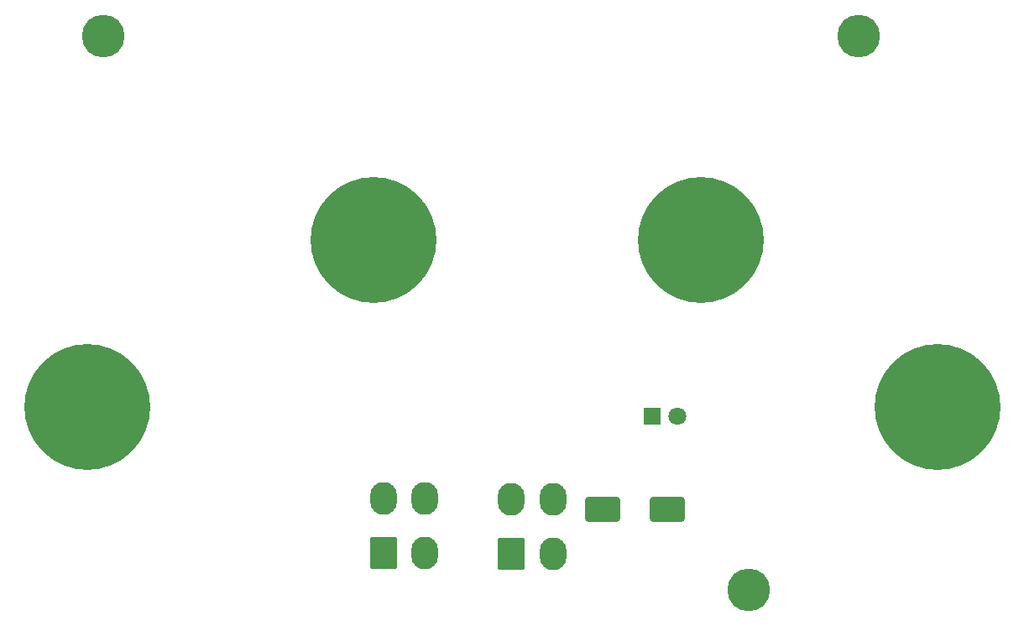
<source format=gbr>
%TF.GenerationSoftware,KiCad,Pcbnew,(6.0.9)*%
%TF.CreationDate,2023-04-01T12:58:04-08:00*%
%TF.ProjectId,FUEL PANEL,4655454c-2050-4414-9e45-4c2e6b696361,3*%
%TF.SameCoordinates,Original*%
%TF.FileFunction,Soldermask,Bot*%
%TF.FilePolarity,Negative*%
%FSLAX46Y46*%
G04 Gerber Fmt 4.6, Leading zero omitted, Abs format (unit mm)*
G04 Created by KiCad (PCBNEW (6.0.9)) date 2023-04-01 12:58:04*
%MOMM*%
%LPD*%
G01*
G04 APERTURE LIST*
G04 Aperture macros list*
%AMRoundRect*
0 Rectangle with rounded corners*
0 $1 Rounding radius*
0 $2 $3 $4 $5 $6 $7 $8 $9 X,Y pos of 4 corners*
0 Add a 4 corners polygon primitive as box body*
4,1,4,$2,$3,$4,$5,$6,$7,$8,$9,$2,$3,0*
0 Add four circle primitives for the rounded corners*
1,1,$1+$1,$2,$3*
1,1,$1+$1,$4,$5*
1,1,$1+$1,$6,$7*
1,1,$1+$1,$8,$9*
0 Add four rect primitives between the rounded corners*
20,1,$1+$1,$2,$3,$4,$5,0*
20,1,$1+$1,$4,$5,$6,$7,0*
20,1,$1+$1,$6,$7,$8,$9,0*
20,1,$1+$1,$8,$9,$2,$3,0*%
G04 Aperture macros list end*
%ADD10C,12.700000*%
%ADD11C,4.300000*%
%ADD12RoundRect,0.250000X1.500000X1.000000X-1.500000X1.000000X-1.500000X-1.000000X1.500000X-1.000000X0*%
%ADD13RoundRect,0.250001X-1.099999X-1.399999X1.099999X-1.399999X1.099999X1.399999X-1.099999X1.399999X0*%
%ADD14O,2.700000X3.300000*%
%ADD15R,1.800000X1.800000*%
%ADD16C,1.800000*%
G04 APERTURE END LIST*
D10*
%TO.C,7*%
X116027200Y-120929400D03*
%TD*%
D11*
%TO.C,5*%
X182704740Y-139344400D03*
%TD*%
%TO.C,5*%
X117614700Y-83464400D03*
%TD*%
%TO.C,6*%
X193814700Y-83464400D03*
%TD*%
D10*
%TO.C,1*%
X144919700Y-104038400D03*
X144919700Y-104038400D03*
%TD*%
%TO.C,2*%
X177939700Y-104038400D03*
X177939700Y-104038400D03*
%TD*%
%TO.C,3*%
X201752200Y-120929400D03*
X201752200Y-120929400D03*
%TD*%
D12*
%TO.C,C1*%
X174498000Y-131216000D03*
X167998000Y-131216000D03*
%TD*%
D13*
%TO.C,J1*%
X145898000Y-135636000D03*
D14*
X150098000Y-135636000D03*
X145898000Y-130136000D03*
X150098000Y-130136000D03*
%TD*%
D13*
%TO.C,J2*%
X158801000Y-135687000D03*
D14*
X163001000Y-135687000D03*
X158801000Y-130187000D03*
X163001000Y-130187000D03*
%TD*%
D15*
%TO.C,D33*%
X172974000Y-121818000D03*
D16*
X175514000Y-121818000D03*
%TD*%
M02*

</source>
